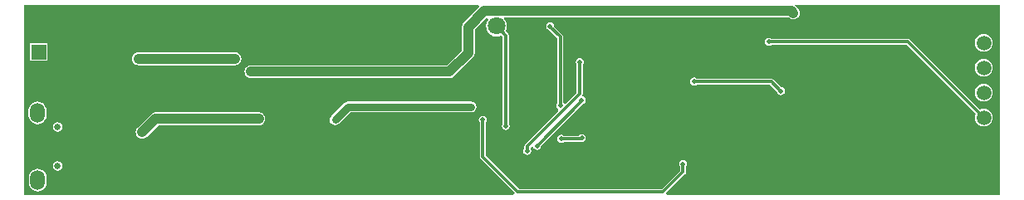
<source format=gbl>
%FSLAX25Y25*%
%MOIN*%
G70*
G01*
G75*
G04 Layer_Physical_Order=2*
G04 Layer_Color=16711680*
%ADD10R,0.05118X0.15748*%
%ADD11R,0.03937X0.03150*%
%ADD12R,0.03150X0.03937*%
%ADD13R,0.01969X0.07874*%
%ADD14O,0.01969X0.07874*%
%ADD15R,0.06299X0.05906*%
%ADD16R,0.01575X0.03937*%
%ADD17R,0.03150X0.02559*%
%ADD18R,0.03937X0.04724*%
%ADD19R,0.04724X0.03937*%
%ADD20R,0.07874X0.04134*%
%ADD21R,0.26772X0.25984*%
%ADD22O,0.08500X0.02362*%
%ADD23R,0.08500X0.02362*%
%ADD24R,0.03937X0.01575*%
%ADD25R,0.04724X0.05906*%
%ADD26C,0.04724*%
%ADD27R,0.05118X0.01260*%
%ADD28R,0.05906X0.01378*%
%ADD29P,0.06392X8X22.5*%
G04:AMPARAMS|DCode=30|XSize=39.37mil|YSize=59.06mil|CornerRadius=0mil|HoleSize=0mil|Usage=FLASHONLY|Rotation=180.000|XOffset=0mil|YOffset=0mil|HoleType=Round|Shape=Octagon|*
%AMOCTAGOND30*
4,1,8,0.00984,-0.02953,-0.00984,-0.02953,-0.01969,-0.01969,-0.01969,0.01969,-0.00984,0.02953,0.00984,0.02953,0.01969,0.01969,0.01969,-0.01969,0.00984,-0.02953,0.0*
%
%ADD30OCTAGOND30*%

%ADD31C,0.01181*%
%ADD32C,0.03937*%
%ADD33C,0.03150*%
%ADD34C,0.01969*%
%ADD35C,0.02362*%
%ADD36C,0.00600*%
%ADD37R,0.04764X0.28031*%
%ADD38R,0.04646X0.26732*%
%ADD39R,0.07356X0.27834*%
%ADD40R,0.05236X0.08032*%
%ADD41R,0.07244X0.06654*%
%ADD42C,0.07087*%
%ADD43R,0.05906X0.05906*%
%ADD44C,0.05906*%
%ADD45R,0.05906X0.05906*%
%ADD46O,0.05906X0.07874*%
%ADD47C,0.02559*%
%ADD48C,0.01969*%
G36*
X392589Y1112D02*
X259082D01*
X258699Y2036D01*
X266285Y9621D01*
X266546Y10012D01*
X266637Y10472D01*
X266637Y10473D01*
Y12629D01*
X266916Y13047D01*
X267039Y13661D01*
X266916Y14276D01*
X266568Y14797D01*
X266048Y15145D01*
X265433Y15267D01*
X264819Y15145D01*
X264298Y14797D01*
X263950Y14276D01*
X263827Y13661D01*
X263950Y13047D01*
X264229Y12629D01*
Y10971D01*
X256942Y3685D01*
X199593D01*
X186244Y17034D01*
Y30346D01*
X186523Y30764D01*
X186645Y31378D01*
X186523Y31992D01*
X186175Y32513D01*
X185654Y32861D01*
X185039Y32984D01*
X184425Y32861D01*
X183904Y32513D01*
X183556Y31992D01*
X183434Y31378D01*
X183556Y30764D01*
X183835Y30346D01*
Y16535D01*
X183835Y16535D01*
X183927Y16075D01*
X184188Y15684D01*
X197836Y2036D01*
X197453Y1112D01*
X1112D01*
Y77628D01*
X183301D01*
X183684Y76704D01*
X177427Y70447D01*
X177017Y69913D01*
X176834Y69472D01*
X176759Y69290D01*
X176671Y68622D01*
Y59337D01*
X170657Y53323D01*
X92041D01*
X91373Y53236D01*
X90751Y52978D01*
X90216Y52567D01*
X89806Y52033D01*
X89548Y51410D01*
X89460Y50742D01*
X89548Y50074D01*
X89806Y49452D01*
X90216Y48917D01*
X90751Y48507D01*
X91373Y48249D01*
X92041Y48161D01*
X171727D01*
X172395Y48249D01*
X172652Y48356D01*
X173017Y48507D01*
X173552Y48917D01*
X181077Y56443D01*
X181487Y56977D01*
X181638Y57342D01*
X181745Y57600D01*
X181833Y58268D01*
Y67553D01*
X186649Y72369D01*
X187334Y71769D01*
X187378Y71680D01*
X186952Y71125D01*
X186536Y70119D01*
X186394Y69040D01*
X186536Y67961D01*
X186952Y66955D01*
X187615Y66092D01*
X188478Y65429D01*
X189484Y65013D01*
X190563Y64871D01*
X191642Y65013D01*
X192279Y65276D01*
X193111Y64721D01*
Y29993D01*
X192831Y29575D01*
X192709Y28960D01*
X192831Y28346D01*
X193179Y27825D01*
X193700Y27477D01*
X194315Y27355D01*
X194929Y27477D01*
X195450Y27825D01*
X195798Y28346D01*
X195920Y28960D01*
X195798Y29575D01*
X195519Y29993D01*
Y65288D01*
X195519Y65288D01*
X195427Y65749D01*
X195166Y66140D01*
X194226Y67080D01*
X194591Y67961D01*
X194733Y69040D01*
X194591Y70119D01*
X194174Y71125D01*
X193511Y71988D01*
X193711Y72576D01*
X307868D01*
X307976Y72468D01*
X308511Y72058D01*
X309133Y71800D01*
X309801Y71712D01*
X310469Y71800D01*
X311092Y72058D01*
X311626Y72468D01*
X312037Y73003D01*
X312294Y73625D01*
X312382Y74293D01*
X312294Y74961D01*
X312037Y75584D01*
X311626Y76118D01*
X310762Y76983D01*
X310228Y77393D01*
X309863Y77544D01*
X309880Y77628D01*
X392589D01*
Y1112D01*
D02*
G37*
%LPC*%
G36*
X14488Y30489D02*
X13758Y30344D01*
X13140Y29931D01*
X12727Y29312D01*
X12582Y28583D01*
X12727Y27853D01*
X13140Y27234D01*
X13758Y26821D01*
X14488Y26676D01*
X15218Y26821D01*
X15836Y27234D01*
X16250Y27853D01*
X16395Y28583D01*
X16250Y29312D01*
X15836Y29931D01*
X15218Y30344D01*
X14488Y30489D01*
D02*
G37*
G36*
X299878Y64322D02*
X299264Y64200D01*
X298743Y63852D01*
X298395Y63331D01*
X298272Y62717D01*
X298395Y62102D01*
X298743Y61581D01*
X299264Y61233D01*
X299878Y61111D01*
X300493Y61233D01*
X300910Y61512D01*
X355285D01*
X382949Y33848D01*
X382708Y33265D01*
X382586Y32340D01*
X382708Y31415D01*
X383065Y30553D01*
X383633Y29813D01*
X384373Y29245D01*
X385235Y28888D01*
X386160Y28766D01*
X387085Y28888D01*
X387947Y29245D01*
X388687Y29813D01*
X389255Y30553D01*
X389612Y31415D01*
X389734Y32340D01*
X389612Y33265D01*
X389255Y34127D01*
X388687Y34867D01*
X387947Y35435D01*
X387085Y35792D01*
X386160Y35914D01*
X385235Y35792D01*
X384652Y35551D01*
X356635Y63568D01*
X356244Y63829D01*
X355784Y63921D01*
X355783Y63921D01*
X300910D01*
X300493Y64200D01*
X299878Y64322D01*
D02*
G37*
G36*
X180410Y38845D02*
X131047D01*
X130202Y38677D01*
X129486Y38199D01*
X124266Y32978D01*
X123787Y32262D01*
X123619Y31417D01*
X123787Y30572D01*
X124266Y29856D01*
X124982Y29378D01*
X125827Y29210D01*
X126672Y29378D01*
X127388Y29856D01*
X131962Y34430D01*
X180410D01*
X181254Y34598D01*
X181971Y35076D01*
X182449Y35793D01*
X182617Y36638D01*
X182449Y37483D01*
X181971Y38199D01*
X181254Y38677D01*
X180410Y38845D01*
D02*
G37*
G36*
X224843Y25661D02*
X224228Y25539D01*
X223707Y25190D01*
X223595Y25023D01*
X217607D01*
X217189Y25302D01*
X216575Y25425D01*
X215960Y25302D01*
X215439Y24954D01*
X215091Y24433D01*
X214969Y23819D01*
X215091Y23204D01*
X215439Y22683D01*
X215960Y22335D01*
X216575Y22213D01*
X217189Y22335D01*
X217607Y22615D01*
X224164D01*
X224228Y22572D01*
X224843Y22449D01*
X225457Y22572D01*
X225978Y22920D01*
X226326Y23441D01*
X226448Y24055D01*
X226326Y24670D01*
X225978Y25190D01*
X225457Y25539D01*
X224843Y25661D01*
D02*
G37*
G36*
X6449Y11756D02*
X5524Y11634D01*
X4662Y11277D01*
X3922Y10709D01*
X3354Y9969D01*
X2997Y9107D01*
X2875Y8182D01*
Y6213D01*
X2997Y5289D01*
X3354Y4427D01*
X3922Y3686D01*
X4662Y3118D01*
X5524Y2761D01*
X6449Y2640D01*
X7374Y2761D01*
X8236Y3118D01*
X8976Y3686D01*
X9544Y4427D01*
X9901Y5289D01*
X10023Y6213D01*
Y8182D01*
X9901Y9107D01*
X9544Y9969D01*
X8976Y10709D01*
X8236Y11277D01*
X7374Y11634D01*
X6449Y11756D01*
D02*
G37*
G36*
X14488Y14702D02*
X13758Y14557D01*
X13140Y14143D01*
X12727Y13525D01*
X12582Y12795D01*
X12727Y12066D01*
X13140Y11447D01*
X13758Y11034D01*
X14488Y10889D01*
X15218Y11034D01*
X15836Y11447D01*
X16250Y12066D01*
X16395Y12795D01*
X16250Y13525D01*
X15836Y14143D01*
X15218Y14557D01*
X14488Y14702D01*
D02*
G37*
G36*
X95236Y34431D02*
X53819D01*
X53151Y34344D01*
X52969Y34268D01*
X52528Y34086D01*
X51994Y33676D01*
X46561Y28242D01*
X46150Y27708D01*
X45893Y27085D01*
X45805Y26417D01*
X45893Y25749D01*
X46150Y25127D01*
X46561Y24592D01*
X47095Y24182D01*
X47718Y23924D01*
X48386Y23836D01*
X49054Y23924D01*
X49676Y24182D01*
X50211Y24592D01*
X54888Y29269D01*
X95236D01*
X95904Y29357D01*
X96527Y29615D01*
X97061Y30025D01*
X97471Y30560D01*
X97729Y31182D01*
X97817Y31850D01*
X97729Y32518D01*
X97471Y33141D01*
X97061Y33676D01*
X96527Y34086D01*
X95904Y34344D01*
X95236Y34431D01*
D02*
G37*
G36*
X6371Y38795D02*
X5446Y38674D01*
X4584Y38317D01*
X3844Y37749D01*
X3275Y37008D01*
X2919Y36146D01*
X2797Y35221D01*
Y33253D01*
X2919Y32328D01*
X3275Y31466D01*
X3844Y30726D01*
X4584Y30158D01*
X5446Y29801D01*
X6371Y29679D01*
X7296Y29801D01*
X8157Y30158D01*
X8898Y30726D01*
X9466Y31466D01*
X9823Y32328D01*
X9944Y33253D01*
Y35221D01*
X9823Y36146D01*
X9466Y37008D01*
X8898Y37749D01*
X8157Y38317D01*
X7296Y38674D01*
X6371Y38795D01*
D02*
G37*
G36*
X10373Y62133D02*
X3287D01*
Y55047D01*
X10373D01*
Y62133D01*
D02*
G37*
G36*
X386160Y65914D02*
X385235Y65792D01*
X384373Y65435D01*
X383633Y64867D01*
X383065Y64127D01*
X382708Y63265D01*
X382586Y62340D01*
X382708Y61415D01*
X383065Y60553D01*
X383633Y59813D01*
X384373Y59245D01*
X385235Y58888D01*
X386160Y58766D01*
X387085Y58888D01*
X387947Y59245D01*
X388687Y59813D01*
X389255Y60553D01*
X389612Y61415D01*
X389734Y62340D01*
X389612Y63265D01*
X389255Y64127D01*
X388687Y64867D01*
X387947Y65435D01*
X387085Y65792D01*
X386160Y65914D01*
D02*
G37*
G36*
X212126Y70503D02*
X211511Y70381D01*
X210991Y70033D01*
X210643Y69512D01*
X210520Y68898D01*
X210643Y68283D01*
X210991Y67762D01*
X211511Y67414D01*
X212004Y67316D01*
X215009Y64312D01*
Y38064D01*
X214730Y37646D01*
X214608Y37031D01*
X214730Y36417D01*
X215078Y35896D01*
X215237Y35789D01*
X215237Y35789D01*
X215335Y34794D01*
D01*
D01*
Y34794D01*
X215335D01*
D01*
X202101Y21560D01*
X201840Y21170D01*
X201748Y20709D01*
X201748Y20709D01*
Y19969D01*
X201469Y19552D01*
X201347Y18937D01*
X201469Y18323D01*
X201817Y17802D01*
X202338Y17454D01*
X202953Y17331D01*
X203567Y17454D01*
X204088Y17802D01*
X204436Y18323D01*
X204558Y18937D01*
X204436Y19552D01*
X204157Y19969D01*
Y20210D01*
X205143Y20853D01*
X205406Y20330D01*
Y20330D01*
D01*
D01*
D01*
X205406Y20330D01*
X205754Y19809D01*
X206275Y19461D01*
X206890Y19339D01*
X207504Y19461D01*
X208025Y19809D01*
X208373Y20330D01*
X208471Y20823D01*
X225573Y37925D01*
X225860Y38117D01*
X226208Y38638D01*
X226330Y39252D01*
X226208Y39866D01*
X225860Y40387D01*
X225339Y40735D01*
X224897Y40823D01*
X224867Y40920D01*
X224867Y40920D01*
X225128Y41311D01*
X225220Y41772D01*
X225220Y41772D01*
Y53653D01*
X225499Y54071D01*
X225621Y54685D01*
X225499Y55300D01*
X225151Y55820D01*
X224630Y56169D01*
X224016Y56291D01*
X223401Y56169D01*
X222880Y55820D01*
X222532Y55300D01*
X222410Y54685D01*
X222532Y54071D01*
X222812Y53653D01*
Y42270D01*
X218450Y37909D01*
X217962Y37957D01*
X217417Y38183D01*
Y64810D01*
X217417Y64810D01*
X217326Y65271D01*
X217326D01*
D01*
D01*
X217326Y65271D01*
D01*
D01*
D01*
D01*
X217326Y65271D01*
D01*
D01*
Y65271D01*
D01*
X217326D01*
D01*
D01*
X217326D01*
D01*
D01*
X217065Y65662D01*
X217065Y65662D01*
X213707Y69019D01*
X213609Y69512D01*
X213261Y70033D01*
X212740Y70381D01*
X212126Y70503D01*
D02*
G37*
G36*
X85630Y58487D02*
X46850D01*
X46182Y58399D01*
X45560Y58141D01*
X45025Y57731D01*
X44615Y57196D01*
X44357Y56574D01*
X44269Y55905D01*
X44357Y55238D01*
X44615Y54615D01*
X45025Y54080D01*
X45560Y53670D01*
X46182Y53412D01*
X46850Y53324D01*
X85630D01*
X86298Y53412D01*
X86920Y53670D01*
X87455Y54080D01*
X87865Y54615D01*
X88123Y55238D01*
X88211Y55905D01*
X88123Y56574D01*
X87865Y57196D01*
X87455Y57731D01*
X86920Y58141D01*
X86298Y58399D01*
X85630Y58487D01*
D02*
G37*
G36*
X386160Y45914D02*
X385235Y45792D01*
X384373Y45435D01*
X383633Y44867D01*
X383065Y44127D01*
X382708Y43265D01*
X382586Y42340D01*
X382708Y41415D01*
X383065Y40553D01*
X383633Y39813D01*
X384373Y39245D01*
X385235Y38888D01*
X386160Y38766D01*
X387085Y38888D01*
X387947Y39245D01*
X388687Y39813D01*
X389255Y40553D01*
X389612Y41415D01*
X389734Y42340D01*
X389612Y43265D01*
X389255Y44127D01*
X388687Y44867D01*
X387947Y45435D01*
X387085Y45792D01*
X386160Y45914D01*
D02*
G37*
G36*
X269921Y48377D02*
X269307Y48255D01*
X268786Y47907D01*
X268438Y47386D01*
X268316Y46772D01*
X268438Y46157D01*
X268786Y45636D01*
X269307Y45288D01*
X269921Y45166D01*
X270536Y45288D01*
X270954Y45567D01*
X300367D01*
X303143Y42792D01*
X303241Y42299D01*
X303589Y41778D01*
X304110Y41430D01*
X304724Y41308D01*
X305339Y41430D01*
X305860Y41778D01*
X306208Y42299D01*
X306330Y42913D01*
X306208Y43528D01*
X305860Y44049D01*
X305339Y44397D01*
X304846Y44495D01*
X301718Y47623D01*
X301327Y47884D01*
X300866Y47976D01*
X300866Y47976D01*
X270954D01*
X270536Y48255D01*
X269921Y48377D01*
D02*
G37*
G36*
X386160Y55914D02*
X385235Y55792D01*
X384373Y55435D01*
X383633Y54867D01*
X383065Y54127D01*
X382708Y53265D01*
X382586Y52340D01*
X382708Y51415D01*
X383065Y50553D01*
X383633Y49813D01*
X384373Y49245D01*
X385235Y48888D01*
X386160Y48766D01*
X387085Y48888D01*
X387947Y49245D01*
X388687Y49813D01*
X389255Y50553D01*
X389612Y51415D01*
X389734Y52340D01*
X389612Y53265D01*
X389255Y54127D01*
X388687Y54867D01*
X387947Y55435D01*
X387085Y55792D01*
X386160Y55914D01*
D02*
G37*
%LPD*%
D31*
X216213Y37031D02*
Y64810D01*
X212126Y68898D02*
X216213Y64810D01*
X190563Y69040D02*
X194315Y65288D01*
Y28960D02*
Y65288D01*
X269921Y46772D02*
X300866D01*
X304724Y42913D01*
X355784Y62717D02*
X386160Y32340D01*
X299878Y62717D02*
X355784D01*
X265433Y10472D02*
Y13661D01*
X257441Y2480D02*
X265433Y10472D01*
X199094Y2480D02*
X257441D01*
X185039Y16535D02*
X199094Y2480D01*
X185039Y16535D02*
Y31378D01*
X224016Y41772D02*
Y54685D01*
X202953Y20709D02*
X224016Y41772D01*
X202953Y18937D02*
Y20709D01*
X224724Y38780D02*
Y39252D01*
X206890Y20945D02*
X224724Y38780D01*
X224606Y23819D02*
X224843Y24055D01*
X216575Y23819D02*
X224606D01*
D32*
X48386Y26417D02*
X53819Y31850D01*
X95236D01*
X308937Y75157D02*
X309801Y74293D01*
X185787Y75157D02*
X308937D01*
X179252Y68622D02*
X185787Y75157D01*
X179252Y58268D02*
Y68622D01*
X171727Y50742D02*
X179252Y58268D01*
X92041Y50742D02*
X171727D01*
X46850Y55905D02*
X85630D01*
D33*
X125827Y31417D02*
X131047Y36638D01*
X180410D01*
D34*
X85630Y55905D02*
X85866Y55669D01*
D42*
X165760Y69040D02*
D03*
X190563D02*
D03*
D43*
X6830Y58590D02*
D03*
Y68590D02*
D03*
D44*
X386160Y62340D02*
D03*
Y32340D02*
D03*
Y42340D02*
D03*
Y52340D02*
D03*
D45*
Y22340D02*
D03*
D46*
X6371Y34237D02*
D03*
X6449Y7198D02*
D03*
D47*
X14488Y28583D02*
D03*
Y12795D02*
D03*
D48*
X41024Y19331D02*
D03*
X36570Y18735D02*
D03*
X85939Y4955D02*
D03*
X154035Y15885D02*
D03*
X145649Y16082D02*
D03*
X138129Y16121D02*
D03*
X335827Y20394D02*
D03*
X357638Y22244D02*
D03*
X375551Y31102D02*
D03*
X365905Y28858D02*
D03*
X315433Y45945D02*
D03*
X315827Y55197D02*
D03*
X378661Y49449D02*
D03*
X360118Y44291D02*
D03*
X350630Y47992D02*
D03*
X335630Y46968D02*
D03*
X323858Y26575D02*
D03*
X350866Y58898D02*
D03*
X354134Y74961D02*
D03*
X333976Y58701D02*
D03*
X372677Y22677D02*
D03*
X351260Y69213D02*
D03*
X331260Y66890D02*
D03*
X332953Y73543D02*
D03*
X316063Y67953D02*
D03*
X349213Y26969D02*
D03*
X372284Y64055D02*
D03*
X366496Y74370D02*
D03*
X362992Y64882D02*
D03*
X376614Y69410D02*
D03*
X334173Y30079D02*
D03*
X264646Y67874D02*
D03*
X293543Y7283D02*
D03*
X276890Y63740D02*
D03*
X343661Y41181D02*
D03*
X302441Y68189D02*
D03*
X271260Y10866D02*
D03*
X92559Y57520D02*
D03*
X92323Y39213D02*
D03*
X78504Y60590D02*
D03*
X82441Y68661D02*
D03*
X128228Y42953D02*
D03*
X78228Y37638D02*
D03*
X127598Y57913D02*
D03*
X51181Y63543D02*
D03*
X56732Y63740D02*
D03*
X301220Y6693D02*
D03*
X56181Y68858D02*
D03*
X64567Y39488D02*
D03*
X271063Y16260D02*
D03*
X76968Y66457D02*
D03*
X78858Y41772D02*
D03*
X176969Y45787D02*
D03*
X172323Y68032D02*
D03*
X158976Y57284D02*
D03*
X158425Y42638D02*
D03*
X154055Y22716D02*
D03*
X164370Y55748D02*
D03*
X34370Y63779D02*
D03*
X35748Y71260D02*
D03*
X69961Y25984D02*
D03*
X15827Y67835D02*
D03*
X77953Y19173D02*
D03*
X23268Y62913D02*
D03*
X75827Y24764D02*
D03*
X20276Y72795D02*
D03*
X35984Y39528D02*
D03*
X13465Y74488D02*
D03*
X26221Y67835D02*
D03*
X6535Y43189D02*
D03*
X36968Y44016D02*
D03*
X28937Y73465D02*
D03*
X31929Y42559D02*
D03*
X46535Y2362D02*
D03*
X25433Y7520D02*
D03*
X15905Y2520D02*
D03*
X7323Y49803D02*
D03*
X98661Y17677D02*
D03*
X107165Y10866D02*
D03*
X28740Y3268D02*
D03*
X91850Y19213D02*
D03*
X23543Y15512D02*
D03*
X42717Y13740D02*
D03*
X25591Y34252D02*
D03*
X19055Y38898D02*
D03*
X270315Y66063D02*
D03*
X256850Y36299D02*
D03*
X247677Y23583D02*
D03*
X251614Y53347D02*
D03*
X249921Y68701D02*
D03*
X129764Y24961D02*
D03*
X272402Y59331D02*
D03*
X236457Y68504D02*
D03*
X108504Y15551D02*
D03*
X141220Y17362D02*
D03*
X127284Y19370D02*
D03*
X260236Y61417D02*
D03*
X205157Y55787D02*
D03*
X246929Y7835D02*
D03*
X256653Y10866D02*
D03*
X256575Y21260D02*
D03*
X189055Y56890D02*
D03*
X188150Y49606D02*
D03*
X248976Y37638D02*
D03*
X190000Y46063D02*
D03*
X201614Y36693D02*
D03*
X219961Y10472D02*
D03*
X208740Y13465D02*
D03*
X197323Y50551D02*
D03*
X199843Y32205D02*
D03*
X158661Y22598D02*
D03*
X160079Y16457D02*
D03*
X214449Y12638D02*
D03*
X130866Y12087D02*
D03*
X92041Y50742D02*
D03*
X309801Y74293D02*
D03*
X125827Y31417D02*
D03*
X212126Y68898D02*
D03*
X48386Y26417D02*
D03*
X95236Y31850D02*
D03*
X85866Y55669D02*
D03*
X46850Y55905D02*
D03*
X269921Y46772D02*
D03*
X304724Y42913D02*
D03*
X299878Y62717D02*
D03*
X194315Y28960D02*
D03*
X265433Y13661D02*
D03*
X216213Y37031D02*
D03*
X185039Y31378D02*
D03*
X224016Y54685D02*
D03*
X202953Y18937D02*
D03*
X224724Y39252D02*
D03*
X206890Y20945D02*
D03*
X224843Y24055D02*
D03*
X216575Y23819D02*
D03*
X180410Y36638D02*
D03*
M02*

</source>
